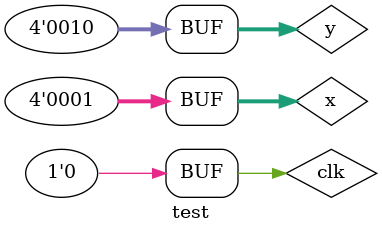
<source format=v>
`timescale 1ns / 1ps


module test;

	// Inputs
	reg clk;
	reg [3:0] x;
	reg [3:0] y;

	// Outputs
	wire [7:0] out;

	// Instantiate the Unit Under Test (UUT)
	sum uut (
		.clk(clk), 
		.x(x), 
		.y(y), 
		.out(out)
	);

	initial begin
		// Initialize Inputs
		clk = 0;
		x = 0;
		y = 0;

		// Wait 100 ns for global reset to finish
		#100;
        
		// Add stimulus here
		x = 4'b0001;
		y = 4'b0010;
	
	end
      
endmodule


</source>
